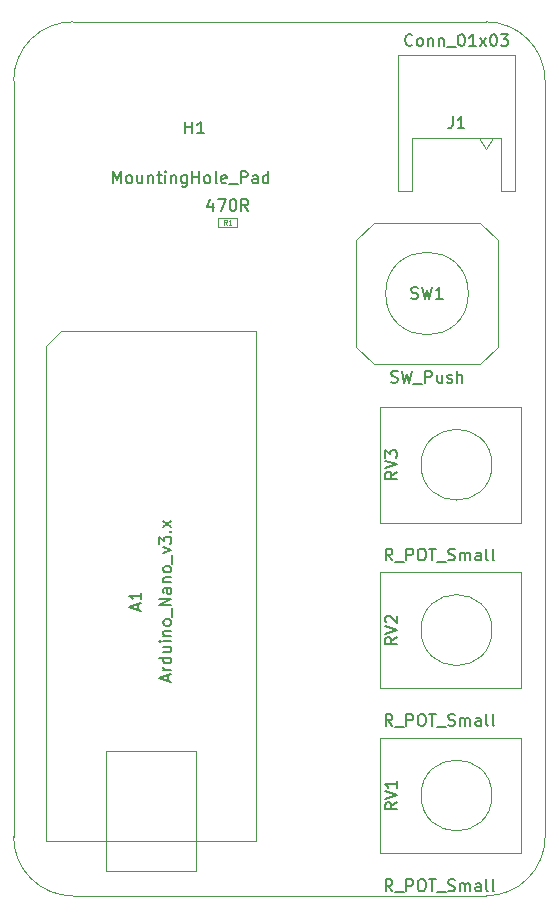
<source format=gbr>
%TF.GenerationSoftware,KiCad,Pcbnew,(5.1.10)-1*%
%TF.CreationDate,2022-05-06T17:00:31+02:00*%
%TF.ProjectId,LTE_HW,4c54455f-4857-42e6-9b69-6361645f7063,rev?*%
%TF.SameCoordinates,Original*%
%TF.FileFunction,Other,Fab,Top*%
%FSLAX46Y46*%
G04 Gerber Fmt 4.6, Leading zero omitted, Abs format (unit mm)*
G04 Created by KiCad (PCBNEW (5.1.10)-1) date 2022-05-06 17:00:31*
%MOMM*%
%LPD*%
G01*
G04 APERTURE LIST*
%TA.AperFunction,Profile*%
%ADD10C,0.050000*%
%TD*%
%ADD11C,0.100000*%
%ADD12C,0.150000*%
%ADD13C,0.060000*%
G04 APERTURE END LIST*
D10*
X150000000Y-145000000D02*
G75*
G02*
X145000000Y-150000000I-5000000J0D01*
G01*
X145000000Y-76000000D02*
G75*
G02*
X150000000Y-81000000I0J-5000000D01*
G01*
X105000000Y-81000000D02*
G75*
G02*
X110000000Y-76000000I5000000J0D01*
G01*
X110000000Y-150000000D02*
G75*
G02*
X105000000Y-145000000I0J5000000D01*
G01*
X145000000Y-76000000D02*
X110000000Y-76000000D01*
X150000000Y-145000000D02*
X150000000Y-81000000D01*
X110000000Y-150000000D02*
X145000000Y-150000000D01*
X105000000Y-81000000D02*
X105000000Y-145000000D01*
D11*
%TO.C,A1*%
X125510000Y-102190000D02*
X125510000Y-145370000D01*
X109000000Y-102190000D02*
X125510000Y-102190000D01*
X107730000Y-103460000D02*
X109000000Y-102190000D01*
X107730000Y-145370000D02*
X107730000Y-103460000D01*
X125510000Y-145370000D02*
X107730000Y-145370000D01*
X112810000Y-147910000D02*
X112810000Y-137750000D01*
X120430000Y-147910000D02*
X112810000Y-147910000D01*
X120430000Y-137750000D02*
X120430000Y-147910000D01*
X112810000Y-137750000D02*
X120430000Y-137750000D01*
%TO.C,J1*%
X145000000Y-86800000D02*
X144375000Y-85800000D01*
X145625000Y-85800000D02*
X145000000Y-86800000D01*
X138750000Y-85800000D02*
X142500000Y-85800000D01*
X138750000Y-90300000D02*
X138750000Y-85800000D01*
X137550000Y-90300000D02*
X138750000Y-90300000D01*
X137550000Y-78800000D02*
X137550000Y-90300000D01*
X142500000Y-78800000D02*
X137550000Y-78800000D01*
X146250000Y-85800000D02*
X142500000Y-85800000D01*
X146250000Y-90300000D02*
X146250000Y-85800000D01*
X147450000Y-90300000D02*
X146250000Y-90300000D01*
X147450000Y-78800000D02*
X147450000Y-90300000D01*
X142500000Y-78800000D02*
X147450000Y-78800000D01*
%TO.C,R1*%
X122325000Y-92600000D02*
X123925000Y-92600000D01*
X122325000Y-93400000D02*
X122325000Y-92600000D01*
X123925000Y-93400000D02*
X122325000Y-93400000D01*
X123925000Y-92600000D02*
X123925000Y-93400000D01*
%TO.C,SW1*%
X134000000Y-94500000D02*
X134000000Y-103500000D01*
X135500000Y-105000000D02*
X144500000Y-105000000D01*
X146000000Y-103500000D02*
X146000000Y-94500000D01*
X144500000Y-93000000D02*
X135500000Y-93000000D01*
X143500000Y-99000000D02*
G75*
G03*
X143500000Y-99000000I-3500000J0D01*
G01*
X134000000Y-94500000D02*
X135500000Y-93000000D01*
X144500000Y-93000000D02*
X146000000Y-94500000D01*
X146000000Y-103500000D02*
X144500000Y-105000000D01*
X135500000Y-105000000D02*
X134000000Y-103500000D01*
%TO.C,RV1*%
X145500000Y-141500000D02*
G75*
G03*
X145500000Y-141500000I-3000000J0D01*
G01*
X136000000Y-136600000D02*
X136000000Y-146400000D01*
X136000000Y-146400000D02*
X148000000Y-146400000D01*
X148000000Y-146400000D02*
X148000000Y-136600000D01*
X148000000Y-136600000D02*
X136000000Y-136600000D01*
%TO.C,RV2*%
X148000000Y-122600000D02*
X136000000Y-122600000D01*
X148000000Y-132400000D02*
X148000000Y-122600000D01*
X136000000Y-132400000D02*
X148000000Y-132400000D01*
X136000000Y-122600000D02*
X136000000Y-132400000D01*
X145500000Y-127500000D02*
G75*
G03*
X145500000Y-127500000I-3000000J0D01*
G01*
%TO.C,RV3*%
X145500000Y-113500000D02*
G75*
G03*
X145500000Y-113500000I-3000000J0D01*
G01*
X136000000Y-108600000D02*
X136000000Y-118400000D01*
X136000000Y-118400000D02*
X148000000Y-118400000D01*
X148000000Y-118400000D02*
X148000000Y-108600000D01*
X148000000Y-108600000D02*
X136000000Y-108600000D01*
%TD*%
%TO.C,A1*%
D12*
X118056666Y-131788095D02*
X118056666Y-131311904D01*
X118342380Y-131883333D02*
X117342380Y-131550000D01*
X118342380Y-131216666D01*
X118342380Y-130883333D02*
X117675714Y-130883333D01*
X117866190Y-130883333D02*
X117770952Y-130835714D01*
X117723333Y-130788095D01*
X117675714Y-130692857D01*
X117675714Y-130597619D01*
X118342380Y-129835714D02*
X117342380Y-129835714D01*
X118294761Y-129835714D02*
X118342380Y-129930952D01*
X118342380Y-130121428D01*
X118294761Y-130216666D01*
X118247142Y-130264285D01*
X118151904Y-130311904D01*
X117866190Y-130311904D01*
X117770952Y-130264285D01*
X117723333Y-130216666D01*
X117675714Y-130121428D01*
X117675714Y-129930952D01*
X117723333Y-129835714D01*
X117675714Y-128930952D02*
X118342380Y-128930952D01*
X117675714Y-129359523D02*
X118199523Y-129359523D01*
X118294761Y-129311904D01*
X118342380Y-129216666D01*
X118342380Y-129073809D01*
X118294761Y-128978571D01*
X118247142Y-128930952D01*
X118342380Y-128454761D02*
X117675714Y-128454761D01*
X117342380Y-128454761D02*
X117390000Y-128502380D01*
X117437619Y-128454761D01*
X117390000Y-128407142D01*
X117342380Y-128454761D01*
X117437619Y-128454761D01*
X117675714Y-127978571D02*
X118342380Y-127978571D01*
X117770952Y-127978571D02*
X117723333Y-127930952D01*
X117675714Y-127835714D01*
X117675714Y-127692857D01*
X117723333Y-127597619D01*
X117818571Y-127550000D01*
X118342380Y-127550000D01*
X118342380Y-126930952D02*
X118294761Y-127026190D01*
X118247142Y-127073809D01*
X118151904Y-127121428D01*
X117866190Y-127121428D01*
X117770952Y-127073809D01*
X117723333Y-127026190D01*
X117675714Y-126930952D01*
X117675714Y-126788095D01*
X117723333Y-126692857D01*
X117770952Y-126645238D01*
X117866190Y-126597619D01*
X118151904Y-126597619D01*
X118247142Y-126645238D01*
X118294761Y-126692857D01*
X118342380Y-126788095D01*
X118342380Y-126930952D01*
X118437619Y-126407142D02*
X118437619Y-125645238D01*
X118342380Y-125407142D02*
X117342380Y-125407142D01*
X118342380Y-124835714D01*
X117342380Y-124835714D01*
X118342380Y-123930952D02*
X117818571Y-123930952D01*
X117723333Y-123978571D01*
X117675714Y-124073809D01*
X117675714Y-124264285D01*
X117723333Y-124359523D01*
X118294761Y-123930952D02*
X118342380Y-124026190D01*
X118342380Y-124264285D01*
X118294761Y-124359523D01*
X118199523Y-124407142D01*
X118104285Y-124407142D01*
X118009047Y-124359523D01*
X117961428Y-124264285D01*
X117961428Y-124026190D01*
X117913809Y-123930952D01*
X117675714Y-123454761D02*
X118342380Y-123454761D01*
X117770952Y-123454761D02*
X117723333Y-123407142D01*
X117675714Y-123311904D01*
X117675714Y-123169047D01*
X117723333Y-123073809D01*
X117818571Y-123026190D01*
X118342380Y-123026190D01*
X118342380Y-122407142D02*
X118294761Y-122502380D01*
X118247142Y-122550000D01*
X118151904Y-122597619D01*
X117866190Y-122597619D01*
X117770952Y-122550000D01*
X117723333Y-122502380D01*
X117675714Y-122407142D01*
X117675714Y-122264285D01*
X117723333Y-122169047D01*
X117770952Y-122121428D01*
X117866190Y-122073809D01*
X118151904Y-122073809D01*
X118247142Y-122121428D01*
X118294761Y-122169047D01*
X118342380Y-122264285D01*
X118342380Y-122407142D01*
X118437619Y-121883333D02*
X118437619Y-121121428D01*
X117675714Y-120978571D02*
X118342380Y-120740476D01*
X117675714Y-120502380D01*
X117342380Y-120216666D02*
X117342380Y-119597619D01*
X117723333Y-119930952D01*
X117723333Y-119788095D01*
X117770952Y-119692857D01*
X117818571Y-119645238D01*
X117913809Y-119597619D01*
X118151904Y-119597619D01*
X118247142Y-119645238D01*
X118294761Y-119692857D01*
X118342380Y-119788095D01*
X118342380Y-120073809D01*
X118294761Y-120169047D01*
X118247142Y-120216666D01*
X118247142Y-119169047D02*
X118294761Y-119121428D01*
X118342380Y-119169047D01*
X118294761Y-119216666D01*
X118247142Y-119169047D01*
X118342380Y-119169047D01*
X118342380Y-118788095D02*
X117675714Y-118264285D01*
X117675714Y-118788095D02*
X118342380Y-118264285D01*
X115516666Y-125764285D02*
X115516666Y-125288095D01*
X115802380Y-125859523D02*
X114802380Y-125526190D01*
X115802380Y-125192857D01*
X115802380Y-124335714D02*
X115802380Y-124907142D01*
X115802380Y-124621428D02*
X114802380Y-124621428D01*
X114945238Y-124716666D01*
X115040476Y-124811904D01*
X115088095Y-124907142D01*
%TO.C,H1*%
X113428571Y-89652380D02*
X113428571Y-88652380D01*
X113761904Y-89366666D01*
X114095238Y-88652380D01*
X114095238Y-89652380D01*
X114714285Y-89652380D02*
X114619047Y-89604761D01*
X114571428Y-89557142D01*
X114523809Y-89461904D01*
X114523809Y-89176190D01*
X114571428Y-89080952D01*
X114619047Y-89033333D01*
X114714285Y-88985714D01*
X114857142Y-88985714D01*
X114952380Y-89033333D01*
X115000000Y-89080952D01*
X115047619Y-89176190D01*
X115047619Y-89461904D01*
X115000000Y-89557142D01*
X114952380Y-89604761D01*
X114857142Y-89652380D01*
X114714285Y-89652380D01*
X115904761Y-88985714D02*
X115904761Y-89652380D01*
X115476190Y-88985714D02*
X115476190Y-89509523D01*
X115523809Y-89604761D01*
X115619047Y-89652380D01*
X115761904Y-89652380D01*
X115857142Y-89604761D01*
X115904761Y-89557142D01*
X116380952Y-88985714D02*
X116380952Y-89652380D01*
X116380952Y-89080952D02*
X116428571Y-89033333D01*
X116523809Y-88985714D01*
X116666666Y-88985714D01*
X116761904Y-89033333D01*
X116809523Y-89128571D01*
X116809523Y-89652380D01*
X117142857Y-88985714D02*
X117523809Y-88985714D01*
X117285714Y-88652380D02*
X117285714Y-89509523D01*
X117333333Y-89604761D01*
X117428571Y-89652380D01*
X117523809Y-89652380D01*
X117857142Y-89652380D02*
X117857142Y-88985714D01*
X117857142Y-88652380D02*
X117809523Y-88700000D01*
X117857142Y-88747619D01*
X117904761Y-88700000D01*
X117857142Y-88652380D01*
X117857142Y-88747619D01*
X118333333Y-88985714D02*
X118333333Y-89652380D01*
X118333333Y-89080952D02*
X118380952Y-89033333D01*
X118476190Y-88985714D01*
X118619047Y-88985714D01*
X118714285Y-89033333D01*
X118761904Y-89128571D01*
X118761904Y-89652380D01*
X119666666Y-88985714D02*
X119666666Y-89795238D01*
X119619047Y-89890476D01*
X119571428Y-89938095D01*
X119476190Y-89985714D01*
X119333333Y-89985714D01*
X119238095Y-89938095D01*
X119666666Y-89604761D02*
X119571428Y-89652380D01*
X119380952Y-89652380D01*
X119285714Y-89604761D01*
X119238095Y-89557142D01*
X119190476Y-89461904D01*
X119190476Y-89176190D01*
X119238095Y-89080952D01*
X119285714Y-89033333D01*
X119380952Y-88985714D01*
X119571428Y-88985714D01*
X119666666Y-89033333D01*
X120142857Y-89652380D02*
X120142857Y-88652380D01*
X120142857Y-89128571D02*
X120714285Y-89128571D01*
X120714285Y-89652380D02*
X120714285Y-88652380D01*
X121333333Y-89652380D02*
X121238095Y-89604761D01*
X121190476Y-89557142D01*
X121142857Y-89461904D01*
X121142857Y-89176190D01*
X121190476Y-89080952D01*
X121238095Y-89033333D01*
X121333333Y-88985714D01*
X121476190Y-88985714D01*
X121571428Y-89033333D01*
X121619047Y-89080952D01*
X121666666Y-89176190D01*
X121666666Y-89461904D01*
X121619047Y-89557142D01*
X121571428Y-89604761D01*
X121476190Y-89652380D01*
X121333333Y-89652380D01*
X122238095Y-89652380D02*
X122142857Y-89604761D01*
X122095238Y-89509523D01*
X122095238Y-88652380D01*
X123000000Y-89604761D02*
X122904761Y-89652380D01*
X122714285Y-89652380D01*
X122619047Y-89604761D01*
X122571428Y-89509523D01*
X122571428Y-89128571D01*
X122619047Y-89033333D01*
X122714285Y-88985714D01*
X122904761Y-88985714D01*
X123000000Y-89033333D01*
X123047619Y-89128571D01*
X123047619Y-89223809D01*
X122571428Y-89319047D01*
X123238095Y-89747619D02*
X124000000Y-89747619D01*
X124238095Y-89652380D02*
X124238095Y-88652380D01*
X124619047Y-88652380D01*
X124714285Y-88700000D01*
X124761904Y-88747619D01*
X124809523Y-88842857D01*
X124809523Y-88985714D01*
X124761904Y-89080952D01*
X124714285Y-89128571D01*
X124619047Y-89176190D01*
X124238095Y-89176190D01*
X125666666Y-89652380D02*
X125666666Y-89128571D01*
X125619047Y-89033333D01*
X125523809Y-88985714D01*
X125333333Y-88985714D01*
X125238095Y-89033333D01*
X125666666Y-89604761D02*
X125571428Y-89652380D01*
X125333333Y-89652380D01*
X125238095Y-89604761D01*
X125190476Y-89509523D01*
X125190476Y-89414285D01*
X125238095Y-89319047D01*
X125333333Y-89271428D01*
X125571428Y-89271428D01*
X125666666Y-89223809D01*
X126571428Y-89652380D02*
X126571428Y-88652380D01*
X126571428Y-89604761D02*
X126476190Y-89652380D01*
X126285714Y-89652380D01*
X126190476Y-89604761D01*
X126142857Y-89557142D01*
X126095238Y-89461904D01*
X126095238Y-89176190D01*
X126142857Y-89080952D01*
X126190476Y-89033333D01*
X126285714Y-88985714D01*
X126476190Y-88985714D01*
X126571428Y-89033333D01*
X119538095Y-85452380D02*
X119538095Y-84452380D01*
X119538095Y-84928571D02*
X120109523Y-84928571D01*
X120109523Y-85452380D02*
X120109523Y-84452380D01*
X121109523Y-85452380D02*
X120538095Y-85452380D01*
X120823809Y-85452380D02*
X120823809Y-84452380D01*
X120728571Y-84595238D01*
X120633333Y-84690476D01*
X120538095Y-84738095D01*
%TO.C,J1*%
X138761904Y-77957142D02*
X138714285Y-78004761D01*
X138571428Y-78052380D01*
X138476190Y-78052380D01*
X138333333Y-78004761D01*
X138238095Y-77909523D01*
X138190476Y-77814285D01*
X138142857Y-77623809D01*
X138142857Y-77480952D01*
X138190476Y-77290476D01*
X138238095Y-77195238D01*
X138333333Y-77100000D01*
X138476190Y-77052380D01*
X138571428Y-77052380D01*
X138714285Y-77100000D01*
X138761904Y-77147619D01*
X139333333Y-78052380D02*
X139238095Y-78004761D01*
X139190476Y-77957142D01*
X139142857Y-77861904D01*
X139142857Y-77576190D01*
X139190476Y-77480952D01*
X139238095Y-77433333D01*
X139333333Y-77385714D01*
X139476190Y-77385714D01*
X139571428Y-77433333D01*
X139619047Y-77480952D01*
X139666666Y-77576190D01*
X139666666Y-77861904D01*
X139619047Y-77957142D01*
X139571428Y-78004761D01*
X139476190Y-78052380D01*
X139333333Y-78052380D01*
X140095238Y-77385714D02*
X140095238Y-78052380D01*
X140095238Y-77480952D02*
X140142857Y-77433333D01*
X140238095Y-77385714D01*
X140380952Y-77385714D01*
X140476190Y-77433333D01*
X140523809Y-77528571D01*
X140523809Y-78052380D01*
X141000000Y-77385714D02*
X141000000Y-78052380D01*
X141000000Y-77480952D02*
X141047619Y-77433333D01*
X141142857Y-77385714D01*
X141285714Y-77385714D01*
X141380952Y-77433333D01*
X141428571Y-77528571D01*
X141428571Y-78052380D01*
X141666666Y-78147619D02*
X142428571Y-78147619D01*
X142857142Y-77052380D02*
X142952380Y-77052380D01*
X143047619Y-77100000D01*
X143095238Y-77147619D01*
X143142857Y-77242857D01*
X143190476Y-77433333D01*
X143190476Y-77671428D01*
X143142857Y-77861904D01*
X143095238Y-77957142D01*
X143047619Y-78004761D01*
X142952380Y-78052380D01*
X142857142Y-78052380D01*
X142761904Y-78004761D01*
X142714285Y-77957142D01*
X142666666Y-77861904D01*
X142619047Y-77671428D01*
X142619047Y-77433333D01*
X142666666Y-77242857D01*
X142714285Y-77147619D01*
X142761904Y-77100000D01*
X142857142Y-77052380D01*
X144142857Y-78052380D02*
X143571428Y-78052380D01*
X143857142Y-78052380D02*
X143857142Y-77052380D01*
X143761904Y-77195238D01*
X143666666Y-77290476D01*
X143571428Y-77338095D01*
X144476190Y-78052380D02*
X145000000Y-77385714D01*
X144476190Y-77385714D02*
X145000000Y-78052380D01*
X145571428Y-77052380D02*
X145666666Y-77052380D01*
X145761904Y-77100000D01*
X145809523Y-77147619D01*
X145857142Y-77242857D01*
X145904761Y-77433333D01*
X145904761Y-77671428D01*
X145857142Y-77861904D01*
X145809523Y-77957142D01*
X145761904Y-78004761D01*
X145666666Y-78052380D01*
X145571428Y-78052380D01*
X145476190Y-78004761D01*
X145428571Y-77957142D01*
X145380952Y-77861904D01*
X145333333Y-77671428D01*
X145333333Y-77433333D01*
X145380952Y-77242857D01*
X145428571Y-77147619D01*
X145476190Y-77100000D01*
X145571428Y-77052380D01*
X146238095Y-77052380D02*
X146857142Y-77052380D01*
X146523809Y-77433333D01*
X146666666Y-77433333D01*
X146761904Y-77480952D01*
X146809523Y-77528571D01*
X146857142Y-77623809D01*
X146857142Y-77861904D01*
X146809523Y-77957142D01*
X146761904Y-78004761D01*
X146666666Y-78052380D01*
X146380952Y-78052380D01*
X146285714Y-78004761D01*
X146238095Y-77957142D01*
X142166666Y-84002380D02*
X142166666Y-84716666D01*
X142119047Y-84859523D01*
X142023809Y-84954761D01*
X141880952Y-85002380D01*
X141785714Y-85002380D01*
X143166666Y-85002380D02*
X142595238Y-85002380D01*
X142880952Y-85002380D02*
X142880952Y-84002380D01*
X142785714Y-84145238D01*
X142690476Y-84240476D01*
X142595238Y-84288095D01*
%TO.C,R1*%
X121863095Y-91355714D02*
X121863095Y-92022380D01*
X121625000Y-90974761D02*
X121386904Y-91689047D01*
X122005952Y-91689047D01*
X122291666Y-91022380D02*
X122958333Y-91022380D01*
X122529761Y-92022380D01*
X123529761Y-91022380D02*
X123625000Y-91022380D01*
X123720238Y-91070000D01*
X123767857Y-91117619D01*
X123815476Y-91212857D01*
X123863095Y-91403333D01*
X123863095Y-91641428D01*
X123815476Y-91831904D01*
X123767857Y-91927142D01*
X123720238Y-91974761D01*
X123625000Y-92022380D01*
X123529761Y-92022380D01*
X123434523Y-91974761D01*
X123386904Y-91927142D01*
X123339285Y-91831904D01*
X123291666Y-91641428D01*
X123291666Y-91403333D01*
X123339285Y-91212857D01*
X123386904Y-91117619D01*
X123434523Y-91070000D01*
X123529761Y-91022380D01*
X124863095Y-92022380D02*
X124529761Y-91546190D01*
X124291666Y-92022380D02*
X124291666Y-91022380D01*
X124672619Y-91022380D01*
X124767857Y-91070000D01*
X124815476Y-91117619D01*
X124863095Y-91212857D01*
X124863095Y-91355714D01*
X124815476Y-91450952D01*
X124767857Y-91498571D01*
X124672619Y-91546190D01*
X124291666Y-91546190D01*
D13*
X123058333Y-93180952D02*
X122925000Y-92990476D01*
X122829761Y-93180952D02*
X122829761Y-92780952D01*
X122982142Y-92780952D01*
X123020238Y-92800000D01*
X123039285Y-92819047D01*
X123058333Y-92857142D01*
X123058333Y-92914285D01*
X123039285Y-92952380D01*
X123020238Y-92971428D01*
X122982142Y-92990476D01*
X122829761Y-92990476D01*
X123439285Y-93180952D02*
X123210714Y-93180952D01*
X123325000Y-93180952D02*
X123325000Y-92780952D01*
X123286904Y-92838095D01*
X123248809Y-92876190D01*
X123210714Y-92895238D01*
%TO.C,SW1*%
D12*
X136952380Y-106504761D02*
X137095238Y-106552380D01*
X137333333Y-106552380D01*
X137428571Y-106504761D01*
X137476190Y-106457142D01*
X137523809Y-106361904D01*
X137523809Y-106266666D01*
X137476190Y-106171428D01*
X137428571Y-106123809D01*
X137333333Y-106076190D01*
X137142857Y-106028571D01*
X137047619Y-105980952D01*
X137000000Y-105933333D01*
X136952380Y-105838095D01*
X136952380Y-105742857D01*
X137000000Y-105647619D01*
X137047619Y-105600000D01*
X137142857Y-105552380D01*
X137380952Y-105552380D01*
X137523809Y-105600000D01*
X137857142Y-105552380D02*
X138095238Y-106552380D01*
X138285714Y-105838095D01*
X138476190Y-106552380D01*
X138714285Y-105552380D01*
X138857142Y-106647619D02*
X139619047Y-106647619D01*
X139857142Y-106552380D02*
X139857142Y-105552380D01*
X140238095Y-105552380D01*
X140333333Y-105600000D01*
X140380952Y-105647619D01*
X140428571Y-105742857D01*
X140428571Y-105885714D01*
X140380952Y-105980952D01*
X140333333Y-106028571D01*
X140238095Y-106076190D01*
X139857142Y-106076190D01*
X141285714Y-105885714D02*
X141285714Y-106552380D01*
X140857142Y-105885714D02*
X140857142Y-106409523D01*
X140904761Y-106504761D01*
X141000000Y-106552380D01*
X141142857Y-106552380D01*
X141238095Y-106504761D01*
X141285714Y-106457142D01*
X141714285Y-106504761D02*
X141809523Y-106552380D01*
X142000000Y-106552380D01*
X142095238Y-106504761D01*
X142142857Y-106409523D01*
X142142857Y-106361904D01*
X142095238Y-106266666D01*
X142000000Y-106219047D01*
X141857142Y-106219047D01*
X141761904Y-106171428D01*
X141714285Y-106076190D01*
X141714285Y-106028571D01*
X141761904Y-105933333D01*
X141857142Y-105885714D01*
X142000000Y-105885714D01*
X142095238Y-105933333D01*
X142571428Y-106552380D02*
X142571428Y-105552380D01*
X143000000Y-106552380D02*
X143000000Y-106028571D01*
X142952380Y-105933333D01*
X142857142Y-105885714D01*
X142714285Y-105885714D01*
X142619047Y-105933333D01*
X142571428Y-105980952D01*
X138666666Y-99404761D02*
X138809523Y-99452380D01*
X139047619Y-99452380D01*
X139142857Y-99404761D01*
X139190476Y-99357142D01*
X139238095Y-99261904D01*
X139238095Y-99166666D01*
X139190476Y-99071428D01*
X139142857Y-99023809D01*
X139047619Y-98976190D01*
X138857142Y-98928571D01*
X138761904Y-98880952D01*
X138714285Y-98833333D01*
X138666666Y-98738095D01*
X138666666Y-98642857D01*
X138714285Y-98547619D01*
X138761904Y-98500000D01*
X138857142Y-98452380D01*
X139095238Y-98452380D01*
X139238095Y-98500000D01*
X139571428Y-98452380D02*
X139809523Y-99452380D01*
X140000000Y-98738095D01*
X140190476Y-99452380D01*
X140428571Y-98452380D01*
X141333333Y-99452380D02*
X140761904Y-99452380D01*
X141047619Y-99452380D02*
X141047619Y-98452380D01*
X140952380Y-98595238D01*
X140857142Y-98690476D01*
X140761904Y-98738095D01*
%TO.C,RV1*%
X137073809Y-149602380D02*
X136740476Y-149126190D01*
X136502380Y-149602380D02*
X136502380Y-148602380D01*
X136883333Y-148602380D01*
X136978571Y-148650000D01*
X137026190Y-148697619D01*
X137073809Y-148792857D01*
X137073809Y-148935714D01*
X137026190Y-149030952D01*
X136978571Y-149078571D01*
X136883333Y-149126190D01*
X136502380Y-149126190D01*
X137264285Y-149697619D02*
X138026190Y-149697619D01*
X138264285Y-149602380D02*
X138264285Y-148602380D01*
X138645238Y-148602380D01*
X138740476Y-148650000D01*
X138788095Y-148697619D01*
X138835714Y-148792857D01*
X138835714Y-148935714D01*
X138788095Y-149030952D01*
X138740476Y-149078571D01*
X138645238Y-149126190D01*
X138264285Y-149126190D01*
X139454761Y-148602380D02*
X139645238Y-148602380D01*
X139740476Y-148650000D01*
X139835714Y-148745238D01*
X139883333Y-148935714D01*
X139883333Y-149269047D01*
X139835714Y-149459523D01*
X139740476Y-149554761D01*
X139645238Y-149602380D01*
X139454761Y-149602380D01*
X139359523Y-149554761D01*
X139264285Y-149459523D01*
X139216666Y-149269047D01*
X139216666Y-148935714D01*
X139264285Y-148745238D01*
X139359523Y-148650000D01*
X139454761Y-148602380D01*
X140169047Y-148602380D02*
X140740476Y-148602380D01*
X140454761Y-149602380D02*
X140454761Y-148602380D01*
X140835714Y-149697619D02*
X141597619Y-149697619D01*
X141788095Y-149554761D02*
X141930952Y-149602380D01*
X142169047Y-149602380D01*
X142264285Y-149554761D01*
X142311904Y-149507142D01*
X142359523Y-149411904D01*
X142359523Y-149316666D01*
X142311904Y-149221428D01*
X142264285Y-149173809D01*
X142169047Y-149126190D01*
X141978571Y-149078571D01*
X141883333Y-149030952D01*
X141835714Y-148983333D01*
X141788095Y-148888095D01*
X141788095Y-148792857D01*
X141835714Y-148697619D01*
X141883333Y-148650000D01*
X141978571Y-148602380D01*
X142216666Y-148602380D01*
X142359523Y-148650000D01*
X142788095Y-149602380D02*
X142788095Y-148935714D01*
X142788095Y-149030952D02*
X142835714Y-148983333D01*
X142930952Y-148935714D01*
X143073809Y-148935714D01*
X143169047Y-148983333D01*
X143216666Y-149078571D01*
X143216666Y-149602380D01*
X143216666Y-149078571D02*
X143264285Y-148983333D01*
X143359523Y-148935714D01*
X143502380Y-148935714D01*
X143597619Y-148983333D01*
X143645238Y-149078571D01*
X143645238Y-149602380D01*
X144550000Y-149602380D02*
X144550000Y-149078571D01*
X144502380Y-148983333D01*
X144407142Y-148935714D01*
X144216666Y-148935714D01*
X144121428Y-148983333D01*
X144550000Y-149554761D02*
X144454761Y-149602380D01*
X144216666Y-149602380D01*
X144121428Y-149554761D01*
X144073809Y-149459523D01*
X144073809Y-149364285D01*
X144121428Y-149269047D01*
X144216666Y-149221428D01*
X144454761Y-149221428D01*
X144550000Y-149173809D01*
X145169047Y-149602380D02*
X145073809Y-149554761D01*
X145026190Y-149459523D01*
X145026190Y-148602380D01*
X145692857Y-149602380D02*
X145597619Y-149554761D01*
X145550000Y-149459523D01*
X145550000Y-148602380D01*
X137452380Y-142095238D02*
X136976190Y-142428571D01*
X137452380Y-142666666D02*
X136452380Y-142666666D01*
X136452380Y-142285714D01*
X136500000Y-142190476D01*
X136547619Y-142142857D01*
X136642857Y-142095238D01*
X136785714Y-142095238D01*
X136880952Y-142142857D01*
X136928571Y-142190476D01*
X136976190Y-142285714D01*
X136976190Y-142666666D01*
X136452380Y-141809523D02*
X137452380Y-141476190D01*
X136452380Y-141142857D01*
X137452380Y-140285714D02*
X137452380Y-140857142D01*
X137452380Y-140571428D02*
X136452380Y-140571428D01*
X136595238Y-140666666D01*
X136690476Y-140761904D01*
X136738095Y-140857142D01*
%TO.C,RV2*%
X137073809Y-135602380D02*
X136740476Y-135126190D01*
X136502380Y-135602380D02*
X136502380Y-134602380D01*
X136883333Y-134602380D01*
X136978571Y-134650000D01*
X137026190Y-134697619D01*
X137073809Y-134792857D01*
X137073809Y-134935714D01*
X137026190Y-135030952D01*
X136978571Y-135078571D01*
X136883333Y-135126190D01*
X136502380Y-135126190D01*
X137264285Y-135697619D02*
X138026190Y-135697619D01*
X138264285Y-135602380D02*
X138264285Y-134602380D01*
X138645238Y-134602380D01*
X138740476Y-134650000D01*
X138788095Y-134697619D01*
X138835714Y-134792857D01*
X138835714Y-134935714D01*
X138788095Y-135030952D01*
X138740476Y-135078571D01*
X138645238Y-135126190D01*
X138264285Y-135126190D01*
X139454761Y-134602380D02*
X139645238Y-134602380D01*
X139740476Y-134650000D01*
X139835714Y-134745238D01*
X139883333Y-134935714D01*
X139883333Y-135269047D01*
X139835714Y-135459523D01*
X139740476Y-135554761D01*
X139645238Y-135602380D01*
X139454761Y-135602380D01*
X139359523Y-135554761D01*
X139264285Y-135459523D01*
X139216666Y-135269047D01*
X139216666Y-134935714D01*
X139264285Y-134745238D01*
X139359523Y-134650000D01*
X139454761Y-134602380D01*
X140169047Y-134602380D02*
X140740476Y-134602380D01*
X140454761Y-135602380D02*
X140454761Y-134602380D01*
X140835714Y-135697619D02*
X141597619Y-135697619D01*
X141788095Y-135554761D02*
X141930952Y-135602380D01*
X142169047Y-135602380D01*
X142264285Y-135554761D01*
X142311904Y-135507142D01*
X142359523Y-135411904D01*
X142359523Y-135316666D01*
X142311904Y-135221428D01*
X142264285Y-135173809D01*
X142169047Y-135126190D01*
X141978571Y-135078571D01*
X141883333Y-135030952D01*
X141835714Y-134983333D01*
X141788095Y-134888095D01*
X141788095Y-134792857D01*
X141835714Y-134697619D01*
X141883333Y-134650000D01*
X141978571Y-134602380D01*
X142216666Y-134602380D01*
X142359523Y-134650000D01*
X142788095Y-135602380D02*
X142788095Y-134935714D01*
X142788095Y-135030952D02*
X142835714Y-134983333D01*
X142930952Y-134935714D01*
X143073809Y-134935714D01*
X143169047Y-134983333D01*
X143216666Y-135078571D01*
X143216666Y-135602380D01*
X143216666Y-135078571D02*
X143264285Y-134983333D01*
X143359523Y-134935714D01*
X143502380Y-134935714D01*
X143597619Y-134983333D01*
X143645238Y-135078571D01*
X143645238Y-135602380D01*
X144550000Y-135602380D02*
X144550000Y-135078571D01*
X144502380Y-134983333D01*
X144407142Y-134935714D01*
X144216666Y-134935714D01*
X144121428Y-134983333D01*
X144550000Y-135554761D02*
X144454761Y-135602380D01*
X144216666Y-135602380D01*
X144121428Y-135554761D01*
X144073809Y-135459523D01*
X144073809Y-135364285D01*
X144121428Y-135269047D01*
X144216666Y-135221428D01*
X144454761Y-135221428D01*
X144550000Y-135173809D01*
X145169047Y-135602380D02*
X145073809Y-135554761D01*
X145026190Y-135459523D01*
X145026190Y-134602380D01*
X145692857Y-135602380D02*
X145597619Y-135554761D01*
X145550000Y-135459523D01*
X145550000Y-134602380D01*
X137452380Y-128095238D02*
X136976190Y-128428571D01*
X137452380Y-128666666D02*
X136452380Y-128666666D01*
X136452380Y-128285714D01*
X136500000Y-128190476D01*
X136547619Y-128142857D01*
X136642857Y-128095238D01*
X136785714Y-128095238D01*
X136880952Y-128142857D01*
X136928571Y-128190476D01*
X136976190Y-128285714D01*
X136976190Y-128666666D01*
X136452380Y-127809523D02*
X137452380Y-127476190D01*
X136452380Y-127142857D01*
X136547619Y-126857142D02*
X136500000Y-126809523D01*
X136452380Y-126714285D01*
X136452380Y-126476190D01*
X136500000Y-126380952D01*
X136547619Y-126333333D01*
X136642857Y-126285714D01*
X136738095Y-126285714D01*
X136880952Y-126333333D01*
X137452380Y-126904761D01*
X137452380Y-126285714D01*
%TO.C,RV3*%
X137073809Y-121602380D02*
X136740476Y-121126190D01*
X136502380Y-121602380D02*
X136502380Y-120602380D01*
X136883333Y-120602380D01*
X136978571Y-120650000D01*
X137026190Y-120697619D01*
X137073809Y-120792857D01*
X137073809Y-120935714D01*
X137026190Y-121030952D01*
X136978571Y-121078571D01*
X136883333Y-121126190D01*
X136502380Y-121126190D01*
X137264285Y-121697619D02*
X138026190Y-121697619D01*
X138264285Y-121602380D02*
X138264285Y-120602380D01*
X138645238Y-120602380D01*
X138740476Y-120650000D01*
X138788095Y-120697619D01*
X138835714Y-120792857D01*
X138835714Y-120935714D01*
X138788095Y-121030952D01*
X138740476Y-121078571D01*
X138645238Y-121126190D01*
X138264285Y-121126190D01*
X139454761Y-120602380D02*
X139645238Y-120602380D01*
X139740476Y-120650000D01*
X139835714Y-120745238D01*
X139883333Y-120935714D01*
X139883333Y-121269047D01*
X139835714Y-121459523D01*
X139740476Y-121554761D01*
X139645238Y-121602380D01*
X139454761Y-121602380D01*
X139359523Y-121554761D01*
X139264285Y-121459523D01*
X139216666Y-121269047D01*
X139216666Y-120935714D01*
X139264285Y-120745238D01*
X139359523Y-120650000D01*
X139454761Y-120602380D01*
X140169047Y-120602380D02*
X140740476Y-120602380D01*
X140454761Y-121602380D02*
X140454761Y-120602380D01*
X140835714Y-121697619D02*
X141597619Y-121697619D01*
X141788095Y-121554761D02*
X141930952Y-121602380D01*
X142169047Y-121602380D01*
X142264285Y-121554761D01*
X142311904Y-121507142D01*
X142359523Y-121411904D01*
X142359523Y-121316666D01*
X142311904Y-121221428D01*
X142264285Y-121173809D01*
X142169047Y-121126190D01*
X141978571Y-121078571D01*
X141883333Y-121030952D01*
X141835714Y-120983333D01*
X141788095Y-120888095D01*
X141788095Y-120792857D01*
X141835714Y-120697619D01*
X141883333Y-120650000D01*
X141978571Y-120602380D01*
X142216666Y-120602380D01*
X142359523Y-120650000D01*
X142788095Y-121602380D02*
X142788095Y-120935714D01*
X142788095Y-121030952D02*
X142835714Y-120983333D01*
X142930952Y-120935714D01*
X143073809Y-120935714D01*
X143169047Y-120983333D01*
X143216666Y-121078571D01*
X143216666Y-121602380D01*
X143216666Y-121078571D02*
X143264285Y-120983333D01*
X143359523Y-120935714D01*
X143502380Y-120935714D01*
X143597619Y-120983333D01*
X143645238Y-121078571D01*
X143645238Y-121602380D01*
X144550000Y-121602380D02*
X144550000Y-121078571D01*
X144502380Y-120983333D01*
X144407142Y-120935714D01*
X144216666Y-120935714D01*
X144121428Y-120983333D01*
X144550000Y-121554761D02*
X144454761Y-121602380D01*
X144216666Y-121602380D01*
X144121428Y-121554761D01*
X144073809Y-121459523D01*
X144073809Y-121364285D01*
X144121428Y-121269047D01*
X144216666Y-121221428D01*
X144454761Y-121221428D01*
X144550000Y-121173809D01*
X145169047Y-121602380D02*
X145073809Y-121554761D01*
X145026190Y-121459523D01*
X145026190Y-120602380D01*
X145692857Y-121602380D02*
X145597619Y-121554761D01*
X145550000Y-121459523D01*
X145550000Y-120602380D01*
X137452380Y-114095238D02*
X136976190Y-114428571D01*
X137452380Y-114666666D02*
X136452380Y-114666666D01*
X136452380Y-114285714D01*
X136500000Y-114190476D01*
X136547619Y-114142857D01*
X136642857Y-114095238D01*
X136785714Y-114095238D01*
X136880952Y-114142857D01*
X136928571Y-114190476D01*
X136976190Y-114285714D01*
X136976190Y-114666666D01*
X136452380Y-113809523D02*
X137452380Y-113476190D01*
X136452380Y-113142857D01*
X136452380Y-112904761D02*
X136452380Y-112285714D01*
X136833333Y-112619047D01*
X136833333Y-112476190D01*
X136880952Y-112380952D01*
X136928571Y-112333333D01*
X137023809Y-112285714D01*
X137261904Y-112285714D01*
X137357142Y-112333333D01*
X137404761Y-112380952D01*
X137452380Y-112476190D01*
X137452380Y-112761904D01*
X137404761Y-112857142D01*
X137357142Y-112904761D01*
%TD*%
M02*

</source>
